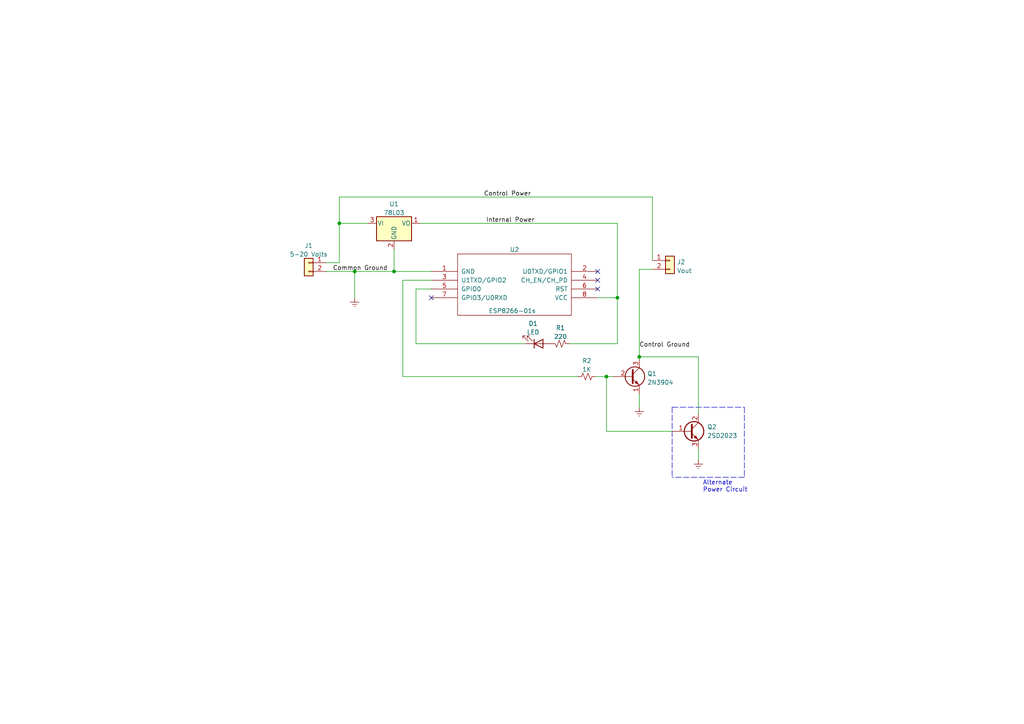
<source format=kicad_sch>
(kicad_sch (version 20211123) (generator eeschema)
  (paper "A4")
  (lib_symbols
    (symbol "AZ7029ZTR-E1:2N3904" (pin_names (offset 0) hide)
      (property "Reference" "Q" (at 5.08 1.905 0))
      (property "Value" "2N3904" (at 5.08 0 0))
      (symbol "2N3904_0_1"
        (polyline (pts (xy 0.635 0.635) (xy 2.54 2.54)))
        (polyline (pts (xy 0.635 -0.635) (xy 2.54 -2.54) (xy 2.54 -2.54)))
        (polyline (pts (xy 0.635 1.905) (xy 0.635 -1.905) (xy 0.635 -1.905)) (stroke (width 0.508)))
        (polyline (pts (xy 1.27 -1.778) (xy 1.778 -1.27) (xy 2.286 -2.286) (xy 1.27 -1.778) (xy 1.27 -1.778)) (fill (type outline)))
        (circle (center 1.27 0) (radius 2.8194) (stroke (width 0.254)))
      )
      (symbol "2N3904_1_1"
        (pin passive line (at 2.54 -5.08 90) (length 2.54) (name "E") (number "1"))
        (pin passive line (at -5.08 0 0) (length 5.715) (name "B") (number "2"))
        (pin passive line (at 2.54 5.08 270) (length 2.54) (name "C") (number "3"))
      )
    )
    (symbol "Connector_TH_Headers:Conn_01x02" (pin_names (offset 1.016) hide)
      (property "Reference" "J" (at 0 2.54 0))
      (property "Value" "Conn_01x02" (at 0 -5.08 0))
      (symbol "Conn_01x02_1_1"
        (rectangle (start -1.27 -2.413) (end 0 -2.667) (stroke (width 0.1524)))
        (rectangle (start -1.27 0.127) (end 0 -0.127) (stroke (width 0.1524)))
        (rectangle (start -1.27 1.27) (end 1.27 -3.81) (stroke (width 0.254)) (fill (type background)))
        (pin passive line (at -5.08 0 0) (length 3.81) (name "Pin_1") (number "1"))
        (pin passive line (at -5.08 -2.54 0) (length 3.81) (name "Pin_2") (number "2"))
      )
    )
    (symbol "Device:LED" (pin_numbers hide) (pin_names (offset 1.016) hide)
      (property "Reference" "D" (at 0 2.54 0))
      (property "Value" "LED" (at 0 -2.54 0))
      (symbol "LED_0_1"
        (polyline (pts (xy -1.27 -1.27) (xy -1.27 1.27)) (stroke (width 0.254)))
        (polyline (pts (xy -1.27 0) (xy 1.27 0)))
        (polyline (pts (xy 1.27 -1.27) (xy 1.27 1.27) (xy -1.27 0) (xy 1.27 -1.27)) (stroke (width 0.254)))
        (polyline (pts (xy -3.048 -0.762) (xy -4.572 -2.286) (xy -3.81 -2.286) (xy -4.572 -2.286) (xy -4.572 -1.524)))
        (polyline (pts (xy -1.778 -0.762) (xy -3.302 -2.286) (xy -2.54 -2.286) (xy -3.302 -2.286) (xy -3.302 -1.524)))
      )
      (symbol "LED_1_1"
        (pin passive line (at -3.81 0 0) (length 2.54) (name "K") (number "1"))
        (pin passive line (at 3.81 0 180) (length 2.54) (name "A") (number "2"))
      )
    )
    (symbol "Device:R_Small_US" (pin_numbers hide) (pin_names (offset 0.254) hide)
      (property "Reference" "R" (at 0.762 0.508 0))
      (property "Value" "R_Small_US" (at 0.762 -1.016 0))
      (symbol "R_Small_US_1_1"
        (polyline (pts (xy 0 0) (xy 1.016 -0.381) (xy 0 -0.762) (xy -1.016 -1.143) (xy 0 -1.524)))
        (polyline (pts (xy 0 1.524) (xy 1.016 1.143) (xy 0 0.762) (xy -1.016 0.381) (xy 0 0)))
        (pin passive line (at 0 2.54 270) (length 1.016) (name "~") (number "1"))
        (pin passive line (at 0 -2.54 90) (length 1.016) (name "~") (number "2"))
      )
    )
    (symbol "ESP8266:ESP8266-01s" (pin_names (offset 1.016))
      (property "Reference" "U" (at -1.905 7.62 0))
      (property "Value" "ESP8266-01s" (at 0 -6.985 0))
      (symbol "ESP8266-01s_1_0"
        (rectangle (start -16.51 -8.89) (end 16.51 8.89))
      )
      (symbol "ESP8266-01s_1_1"
        (pin power_in line (at -24.13 3.81 0) (length 7.62) (name "GND") (number "1"))
        (pin bidirectional line (at 24.13 3.81 180) (length 7.62) (name "U0TXD/GPIO1") (number "2"))
        (pin bidirectional line (at -24.13 1.27 0) (length 7.62) (name "U1TXD/GPIO2") (number "3"))
        (pin input line (at 24.13 1.27 180) (length 7.62) (name "CH_EN/CH_PD") (number "4"))
        (pin bidirectional line (at -24.13 -1.27 0) (length 7.62) (name "GPIO0") (number "5"))
        (pin input line (at 24.13 -1.27 180) (length 7.62) (name "RST") (number "6"))
        (pin bidirectional line (at -24.13 -3.81 0) (length 7.62) (name "GPIO3/U0RXD") (number "7"))
        (pin power_in line (at 24.13 -3.81 180) (length 7.62) (name "VCC") (number "8"))
      )
    )
    (symbol "Regulator_Linear:L78L05_TO92" (pin_names (offset 0.254))
      (property "Reference" "U" (at -3.81 3.175 0))
      (property "Value" "L78L05_TO92" (at 0 3.175 0))
      (symbol "L78L05_TO92_0_1"
        (rectangle (start -5.08 -5.08) (end 5.08 1.905) (stroke (width 0.254)) (fill (type background)))
      )
      (symbol "L78L05_TO92_1_1"
        (pin power_out line (at 7.62 0 180) (length 2.54) (name "VO") (number "1"))
        (pin power_in line (at 0 -7.62 90) (length 2.54) (name "GND") (number "2"))
        (pin power_in line (at -7.62 0 0) (length 2.54) (name "VI") (number "3"))
      )
    )
    (symbol "Transistor_BJT:2SC1945" (pin_names (offset 0) hide)
      (property "Reference" "Q1(alt)" (at 5.08 1.27 0))
      (property "Value" "2SD2023" (at 5.08 -1.27 0))
      (symbol "2SC1945_0_1"
        (polyline (pts (xy 0 0) (xy 0.635 0)))
        (polyline (pts (xy 2.54 2.54) (xy 0.635 0.635)))
        (polyline (pts (xy 0.635 1.905) (xy 0.635 -1.905) (xy 0.635 -1.905)) (stroke (width 0.508)))
        (polyline (pts (xy 2.286 -2.286) (xy 1.778 -1.778) (xy 1.778 -1.778)))
        (polyline (pts (xy 2.54 -2.54) (xy 0.635 -0.635) (xy 1.27 -1.27)) (fill (type outline)))
        (polyline (pts (xy 1.27 -1.778) (xy 1.778 -1.27) (xy 2.286 -2.286) (xy 1.27 -1.778) (xy 1.27 -1.778)) (fill (type outline)))
        (circle (center 1.27 0) (radius 2.8194) (stroke (width 0.3048)))
      )
      (symbol "2SC1945_1_1"
        (pin input line (at -5.08 0 0) (length 5.08) (name "B") (number "1"))
        (pin passive line (at 2.54 5.08 270) (length 2.54) (name "C") (number "2"))
        (pin passive line (at 2.54 -5.08 90) (length 2.54) (name "E") (number "3"))
      )
    )
    (symbol "power:GNDREF" (power) (pin_names (offset 0))
      (property "Value" "GNDREF" (at 0 -3.81 0))
      (symbol "GNDREF_0_1"
        (polyline (pts (xy -0.635 -1.905) (xy 0.635 -1.905)))
        (polyline (pts (xy -0.127 -2.54) (xy 0.127 -2.54)))
        (polyline (pts (xy 0 -1.27) (xy 0 0)))
        (polyline (pts (xy 1.27 -1.27) (xy -1.27 -1.27)))
      )
      (symbol "GNDREF_1_1"
        (pin power_in line (at 0 0 270) (length 0) hide (name "GNDREF") (number "1"))
      )
    )
  )
  (junction (at 175.895 109.22))
  (junction (at 179.07 86.36))
  (junction (at 98.425 64.77))
  (junction (at 114.3 78.74))
  (junction (at 102.87 78.74))
  (junction (at 185.42 103.505))
  (no_connect (at 173.355 81.28))
  (no_connect (at 173.355 78.74))
  (no_connect (at 125.095 86.36))
  (no_connect (at 173.355 83.82))
  (wire (pts (xy 94.615 76.2) (xy 98.425 76.2)))
  (wire (pts (xy 194.945 125.095) (xy 175.895 125.095)))
  (wire (pts (xy 98.425 64.77) (xy 106.68 64.77)))
  (wire (pts (xy 120.65 99.695) (xy 120.65 83.82)))
  (wire (pts (xy 152.4 99.695) (xy 120.65 99.695)))
  (wire (pts (xy 189.23 78.105) (xy 185.42 78.105)))
  (wire (pts (xy 185.42 103.505) (xy 185.42 104.14)))
  (wire (pts (xy 120.65 83.82) (xy 125.095 83.82)))
  (polyline (pts (xy 194.945 118.11) (xy 215.9 118.11)))
  (wire (pts (xy 175.895 125.095) (xy 175.895 109.22)))
  (wire (pts (xy 175.895 109.22) (xy 177.8 109.22)))
  (wire (pts (xy 114.3 78.74) (xy 125.095 78.74)))
  (wire (pts (xy 202.565 120.015) (xy 202.565 103.505)))
  (wire (pts (xy 179.07 86.36) (xy 179.07 64.77)))
  (wire (pts (xy 167.64 109.22) (xy 116.84 109.22)))
  (wire (pts (xy 116.84 109.22) (xy 116.84 81.28)))
  (polyline (pts (xy 194.945 118.11) (xy 194.945 138.43)))
  (wire (pts (xy 116.84 81.28) (xy 125.095 81.28)))
  (wire (pts (xy 202.565 103.505) (xy 185.42 103.505)))
  (wire (pts (xy 98.425 57.15) (xy 98.425 64.77)))
  (wire (pts (xy 202.565 130.175) (xy 202.565 133.35)))
  (wire (pts (xy 165.1 99.695) (xy 179.07 99.695)))
  (wire (pts (xy 173.355 86.36) (xy 179.07 86.36)))
  (wire (pts (xy 114.3 72.39) (xy 114.3 78.74)))
  (wire (pts (xy 189.23 57.15) (xy 98.425 57.15)))
  (wire (pts (xy 102.87 78.74) (xy 114.3 78.74)))
  (wire (pts (xy 189.23 75.565) (xy 189.23 57.15)))
  (wire (pts (xy 98.425 76.2) (xy 98.425 64.77)))
  (wire (pts (xy 185.42 78.105) (xy 185.42 103.505)))
  (polyline (pts (xy 215.9 118.11) (xy 215.9 138.43)))
  (wire (pts (xy 94.615 78.74) (xy 102.87 78.74)))
  (wire (pts (xy 121.92 64.77) (xy 179.07 64.77)))
  (wire (pts (xy 102.87 78.74) (xy 102.87 86.36)))
  (wire (pts (xy 172.72 109.22) (xy 175.895 109.22)))
  (wire (pts (xy 179.07 99.695) (xy 179.07 86.36)))
  (polyline (pts (xy 215.9 138.43) (xy 194.945 138.43)))
  (wire (pts (xy 185.42 114.3) (xy 185.42 118.11)))
  (text "Alternate\nPower Circuit" (at 203.835 142.875 0) (effects (font (size 1.27 1.27)) (justify left bottom)))
  (label "Control Ground" (at 185.42 100.965 0))
  (label "Common Ground" (at 96.52 78.74 0))
  (label "Internal Power" (at 140.97 64.77 0))
  (label "Control Power" (at 140.335 57.15 0))
  (symbol (lib_id "Regulator_Linear:L78L05_TO92") (at 114.3 64.77 0) (unit 1)
    (property "Reference" "U1" (at 114.3 59.1652 0))
    (property "Value" "78L03" (at 114.3 61.7021 0))
    (property "Footprint" "Package_TO_SOT_THT:TO-92_Inline" (effects hide))
    (property "Datasheet" "http://www.st.com/content/ccc/resource/technical/document/datasheet/15/55/e5/aa/23/5b/43/fd/CD00000446.pdf/files/CD00000446.pdf/jcr:content/translations/en.CD00000446.pdf" (effects hide))
  )
  (symbol (lib_id "AZ7029ZTR-E1:2N3904") (at 182.88 109.22 0) (unit 1)
    (property "Reference" "Q1" (at 187.7314 108.3853 0) (effects (justify left)))
    (property "Value" "2N3904" (at 187.7314 110.9222 0) (effects (justify left)))
    (property "Footprint" "Package_TO_SOT_THT:TO-92_Inline" (effects hide))
    (property "Datasheet" "https://www.onsemi.com/pub/Collateral/2N3903-D.PDF" (effects hide))
  )
  (symbol (lib_id "power:GNDREF") (at 102.87 86.36 0) (unit 1)
    (property "Reference" "#PWR0101" (effects hide))
    (property "Value" "GNDREF" (effects hide))
  )
  (symbol (lib_id "Device:R_Small_US") (at 162.56 99.695 90) (mirror x) (unit 1)
    (property "Reference" "R1" (at 162.56 95.1062 90))
    (property "Value" "220" (at 162.56 97.6431 90))
    (property "Footprint" "Resistor_THT:R_Axial_DIN0207_L6.3mm_D2.5mm_P10.16mm_Horizontal" (effects hide))
  )
  (symbol (lib_id "Connector_TH_Headers:Conn_01x02") (at 194.31 75.565 0) (unit 1)
    (property "Reference" "J2" (at 196.342 76.0003 0) (effects (justify left)))
    (property "Value" "Vout" (at 196.342 78.5372 0) (effects (justify left)))
    (property "Footprint" "Connector_PinHeader_2.54mm:PinHeader_1x02_P2.54mm_Vertical" (effects hide))
  )
  (symbol (lib_id "power:GNDREF") (at 202.565 133.35 0) (unit 1)
    (property "Reference" "#PWR0103" (effects hide))
    (property "Value" "GNDREF" (effects hide))
  )
  (symbol (lib_id "power:GNDREF") (at 185.42 118.11 0) (unit 1)
    (property "Reference" "#PWR0102" (effects hide))
    (property "Value" "GNDREF" (effects hide))
  )
  (symbol (lib_id "Device:LED") (at 156.21 99.695 0) (mirror x) (unit 1)
    (property "Reference" "D1" (at 154.6225 93.8362 0))
    (property "Value" "LED" (at 154.6225 96.3731 0))
    (property "Footprint" "LED_THT:LED_D5.0mm" (effects hide))
  )
  (symbol (lib_id "Transistor_BJT:2SC1945") (at 200.025 125.095 0) (unit 1)
    (property "Reference" "Q2" (at 205.105 123.825 0) (effects (justify left)))
    (property "Value" "2SD2023" (at 205.105 126.365 0) (effects (justify left)))
    (property "Footprint" "Package_TO_SOT_THT:TO-220-3_Vertical" (effects hide))
    (property "Datasheet" "https://pdf1.alldatasheet.com/datasheet-pdf/view/271672/SAVANTIC/2SD2023.html" (effects hide))
  )
  (symbol (lib_id "Connector_TH_Headers:Conn_01x02") (at 89.535 76.2 0) (mirror y) (unit 1)
    (property "Reference" "J1" (at 89.535 71.2302 0))
    (property "Value" "5-20 Volts" (at 89.535 73.7671 0))
    (property "Footprint" "Connector_PinHeader_2.54mm:PinHeader_1x02_P2.54mm_Vertical" (effects hide))
  )
  (symbol (lib_id "Device:R_Small_US") (at 170.18 109.22 270) (unit 1)
    (property "Reference" "R2" (at 170.18 104.6312 90))
    (property "Value" "1K" (at 170.18 107.1681 90))
    (property "Footprint" "Resistor_THT:R_Axial_DIN0207_L6.3mm_D2.5mm_P10.16mm_Horizontal" (effects hide))
  )
  (symbol (lib_id "ESP8266:ESP8266-01s") (at 149.225 82.55 0) (unit 1)
    (property "Reference" "U2" (at 149.225 72.39 0))
    (property "Value" "ESP8266-01s" (at 148.59 90.17 0))
    (property "Footprint" "ESP8266:ESP8266-01s" (effects hide))
    (property "Datasheet" "https://www.universal-solder.ca/downloads/esp8266_series_modules_user_manual_en.pdf" (effects hide))
  )
)
</source>
